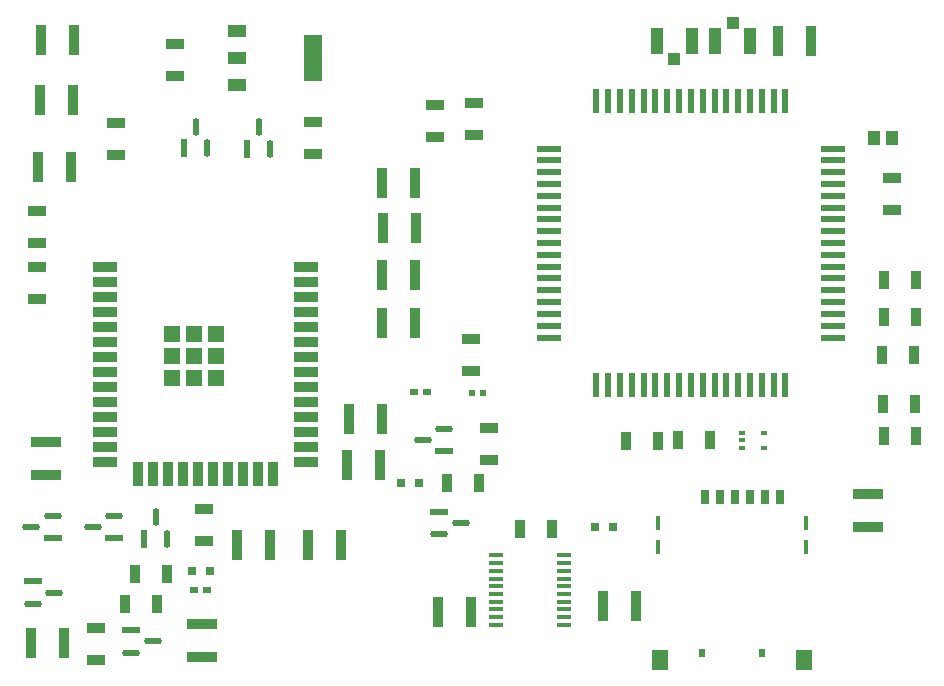
<source format=gtp>
G04*
G04 #@! TF.GenerationSoftware,Altium Limited,Altium Designer,22.5.1 (42)*
G04*
G04 Layer_Color=8421504*
%FSLAX44Y44*%
%MOMM*%
G71*
G04*
G04 #@! TF.SameCoordinates,196CC927-6612-49A9-9877-457204B07366*
G04*
G04*
G04 #@! TF.FilePolarity,Positive*
G04*
G01*
G75*
G04:AMPARAMS|DCode=16|XSize=1.5242mm|YSize=0.578mm|CornerRadius=0.289mm|HoleSize=0mm|Usage=FLASHONLY|Rotation=90.000|XOffset=0mm|YOffset=0mm|HoleType=Round|Shape=RoundedRectangle|*
%AMROUNDEDRECTD16*
21,1,1.5242,0.0000,0,0,90.0*
21,1,0.9463,0.5780,0,0,90.0*
1,1,0.5780,0.0000,0.4731*
1,1,0.5780,0.0000,-0.4731*
1,1,0.5780,0.0000,-0.4731*
1,1,0.5780,0.0000,0.4731*
%
%ADD16ROUNDEDRECTD16*%
%ADD17R,0.5780X1.5242*%
%ADD18R,2.0000X0.9000*%
%ADD19R,0.9000X2.0000*%
%ADD20R,1.3300X1.3300*%
G04:AMPARAMS|DCode=21|XSize=1.5242mm|YSize=0.578mm|CornerRadius=0.289mm|HoleSize=0mm|Usage=FLASHONLY|Rotation=180.000|XOffset=0mm|YOffset=0mm|HoleType=Round|Shape=RoundedRectangle|*
%AMROUNDEDRECTD21*
21,1,1.5242,0.0000,0,0,180.0*
21,1,0.9463,0.5780,0,0,180.0*
1,1,0.5780,-0.4731,0.0000*
1,1,0.5780,0.4731,0.0000*
1,1,0.5780,0.4731,0.0000*
1,1,0.5780,-0.4731,0.0000*
%
%ADD21ROUNDEDRECTD21*%
%ADD22R,1.5242X0.5780*%
%ADD23R,1.6000X0.9000*%
%ADD24R,0.9500X2.6000*%
%ADD25R,0.7000X0.5000*%
%ADD26R,0.9000X1.6000*%
%ADD27R,2.6000X0.9500*%
%ADD28R,0.5000X0.6000*%
%ADD29R,0.8000X0.8000*%
%ADD30R,1.0000X1.0500*%
%ADD31R,1.0500X2.2000*%
G04:AMPARAMS|DCode=32|XSize=0.4mm|YSize=1.2mm|CornerRadius=0.05mm|HoleSize=0mm|Usage=FLASHONLY|Rotation=270.000|XOffset=0mm|YOffset=0mm|HoleType=Round|Shape=RoundedRectangle|*
%AMROUNDEDRECTD32*
21,1,0.4000,1.1000,0,0,270.0*
21,1,0.3000,1.2000,0,0,270.0*
1,1,0.1000,-0.5500,-0.1500*
1,1,0.1000,-0.5500,0.1500*
1,1,0.1000,0.5500,0.1500*
1,1,0.1000,0.5500,-0.1500*
%
%ADD32ROUNDEDRECTD32*%
%ADD33R,0.5000X0.4000*%
%ADD34R,0.6500X1.1500*%
%ADD35R,0.4500X1.3000*%
%ADD36R,1.4000X1.7000*%
%ADD37R,0.5400X0.8000*%
%ADD38R,1.5000X4.0000*%
%ADD39R,1.5000X1.0000*%
%ADD40R,2.0000X0.5000*%
%ADD41R,0.5000X2.0000*%
%ADD42R,1.0061X1.3082*%
D16*
X-126565Y169463D02*
D03*
X-117065Y151259D02*
D03*
X-179831Y169987D02*
D03*
X-170331Y151783D02*
D03*
X-213647Y-160603D02*
D03*
X-204147Y-178807D02*
D03*
D17*
X-136065Y151259D02*
D03*
X-189331Y151783D02*
D03*
X-223147Y-178807D02*
D03*
D18*
X-256301Y50809D02*
D03*
Y38109D02*
D03*
Y25409D02*
D03*
Y12709D02*
D03*
Y9D02*
D03*
Y-12691D02*
D03*
Y-25391D02*
D03*
Y-38091D02*
D03*
Y-50791D02*
D03*
Y-63491D02*
D03*
Y-76191D02*
D03*
Y-88891D02*
D03*
Y-101591D02*
D03*
Y-114291D02*
D03*
X-86301D02*
D03*
Y-101591D02*
D03*
Y-88891D02*
D03*
Y-76191D02*
D03*
Y-63491D02*
D03*
Y-50791D02*
D03*
Y-38091D02*
D03*
Y-25391D02*
D03*
Y-12691D02*
D03*
Y9D02*
D03*
Y12709D02*
D03*
Y25409D02*
D03*
Y38109D02*
D03*
Y50809D02*
D03*
D19*
X-228451Y-124291D02*
D03*
X-215751D02*
D03*
X-203051D02*
D03*
X-190351D02*
D03*
X-177651D02*
D03*
X-164951D02*
D03*
X-152251D02*
D03*
X-139551D02*
D03*
X-126851D02*
D03*
X-114151D02*
D03*
D20*
X-199651Y-5841D02*
D03*
X-181301D02*
D03*
X-162951D02*
D03*
X-199651Y-24191D02*
D03*
X-181301D02*
D03*
X-162951D02*
D03*
X-199651Y-42541D02*
D03*
X-181301D02*
D03*
X-162951D02*
D03*
D21*
X-318831Y-168914D02*
D03*
X-300627Y-159414D02*
D03*
X-267014Y-169033D02*
D03*
X-248810Y-159533D02*
D03*
X12559Y-95260D02*
D03*
X30763Y-85760D02*
D03*
X44580Y-165646D02*
D03*
X26377Y-175146D02*
D03*
X-299389Y-224530D02*
D03*
X-317593Y-234030D02*
D03*
X-215975Y-265950D02*
D03*
X-234179Y-275450D02*
D03*
D22*
X-300627Y-178414D02*
D03*
X-248810Y-178533D02*
D03*
X30763Y-104760D02*
D03*
X26377Y-156146D02*
D03*
X-317593Y-215030D02*
D03*
X-234179Y-256450D02*
D03*
D23*
X-313826Y98449D02*
D03*
Y71449D02*
D03*
Y24024D02*
D03*
Y51024D02*
D03*
X22451Y161148D02*
D03*
Y188148D02*
D03*
X-247571Y146010D02*
D03*
Y173010D02*
D03*
X-80528Y173953D02*
D03*
Y146953D02*
D03*
X56161Y163013D02*
D03*
Y190013D02*
D03*
X52898Y-9843D02*
D03*
Y-36843D02*
D03*
X-173081Y-153696D02*
D03*
Y-180697D02*
D03*
X-197575Y239994D02*
D03*
Y212994D02*
D03*
X68305Y-85234D02*
D03*
Y-112234D02*
D03*
X409617Y126424D02*
D03*
Y99424D02*
D03*
X-263925Y-281868D02*
D03*
Y-254868D02*
D03*
D24*
X-318891Y-267698D02*
D03*
X-290891D02*
D03*
X-22076Y3284D02*
D03*
X5924D02*
D03*
X25291Y-241123D02*
D03*
X53291D02*
D03*
X-50134Y-78032D02*
D03*
X-22134D02*
D03*
X-51393Y-116402D02*
D03*
X-23393D02*
D03*
X-84945Y-184205D02*
D03*
X-56946D02*
D03*
X-144531Y-184685D02*
D03*
X-116531D02*
D03*
X-310526Y243318D02*
D03*
X-282526D02*
D03*
X-22037Y121910D02*
D03*
X5963D02*
D03*
X-21159Y83942D02*
D03*
X6841D02*
D03*
X-21717Y44064D02*
D03*
X6283D02*
D03*
X-313664Y135630D02*
D03*
X-285664D02*
D03*
X-311420Y192755D02*
D03*
X-283421D02*
D03*
X192659Y-235929D02*
D03*
X164659D02*
D03*
X313509Y242578D02*
D03*
X341509D02*
D03*
D25*
X-181008Y-222180D02*
D03*
X-170008D02*
D03*
X5449Y-54611D02*
D03*
X16449D02*
D03*
D26*
X-204137Y-208495D02*
D03*
X-231137D02*
D03*
X60099Y-131848D02*
D03*
X33099D02*
D03*
X429828Y39648D02*
D03*
X402828D02*
D03*
X403096Y8815D02*
D03*
X430096D02*
D03*
X255552Y-95648D02*
D03*
X228552D02*
D03*
X184412Y-96218D02*
D03*
X211412D02*
D03*
X-239931Y-234014D02*
D03*
X-212931D02*
D03*
X94760Y-170409D02*
D03*
X121760D02*
D03*
X429322Y-65111D02*
D03*
X402322D02*
D03*
X402992Y-92163D02*
D03*
X429992D02*
D03*
X428655Y-23116D02*
D03*
X401655D02*
D03*
D27*
X-306178Y-125291D02*
D03*
Y-97291D02*
D03*
X389021Y-169280D02*
D03*
Y-141280D02*
D03*
X-174835Y-250876D02*
D03*
Y-278876D02*
D03*
D28*
X54436Y-55453D02*
D03*
X63436D02*
D03*
D29*
X9316Y-132201D02*
D03*
X-5684D02*
D03*
X173661Y-168861D02*
D03*
X158661D02*
D03*
X-167907Y-206077D02*
D03*
X-182907D02*
D03*
D30*
X225282Y227514D02*
D03*
X274801Y257826D02*
D03*
D31*
X240033Y242764D02*
D03*
X210532D02*
D03*
X260051Y242576D02*
D03*
X289551D02*
D03*
D32*
X74852Y-193182D02*
D03*
Y-199682D02*
D03*
Y-206182D02*
D03*
Y-212682D02*
D03*
Y-219182D02*
D03*
Y-225682D02*
D03*
Y-232182D02*
D03*
Y-238682D02*
D03*
Y-245182D02*
D03*
Y-251682D02*
D03*
X131852Y-193182D02*
D03*
Y-199682D02*
D03*
Y-206182D02*
D03*
Y-212682D02*
D03*
Y-219182D02*
D03*
Y-225682D02*
D03*
Y-232182D02*
D03*
Y-238682D02*
D03*
Y-245182D02*
D03*
Y-251682D02*
D03*
D33*
X282456Y-89064D02*
D03*
Y-95564D02*
D03*
Y-102064D02*
D03*
X301456D02*
D03*
Y-89064D02*
D03*
D34*
X302128Y-144057D02*
D03*
X276728D02*
D03*
X251328D02*
D03*
X314828D02*
D03*
X289428D02*
D03*
X264028D02*
D03*
D35*
X337278Y-165757D02*
D03*
Y-185757D02*
D03*
X211878D02*
D03*
Y-165757D02*
D03*
D36*
X335628Y-281357D02*
D03*
X213528D02*
D03*
D37*
X249178Y-275557D02*
D03*
X299978D02*
D03*
D38*
X-80164Y228292D02*
D03*
D39*
X-145164Y205292D02*
D03*
Y228292D02*
D03*
Y251292D02*
D03*
D40*
X119462Y151369D02*
D03*
Y141369D02*
D03*
Y131369D02*
D03*
Y121369D02*
D03*
Y111369D02*
D03*
Y101369D02*
D03*
Y91369D02*
D03*
Y81369D02*
D03*
Y71369D02*
D03*
Y61369D02*
D03*
Y51369D02*
D03*
Y41369D02*
D03*
Y31369D02*
D03*
Y21369D02*
D03*
Y11369D02*
D03*
Y1369D02*
D03*
Y-8631D02*
D03*
X359462D02*
D03*
Y1369D02*
D03*
Y11369D02*
D03*
Y21369D02*
D03*
Y31369D02*
D03*
Y41369D02*
D03*
Y51369D02*
D03*
Y61369D02*
D03*
Y71369D02*
D03*
Y81369D02*
D03*
Y91369D02*
D03*
Y101369D02*
D03*
Y111369D02*
D03*
Y121369D02*
D03*
Y131369D02*
D03*
Y141369D02*
D03*
Y151369D02*
D03*
D41*
X159462Y-48631D02*
D03*
X169462D02*
D03*
X179462D02*
D03*
X189462D02*
D03*
X199462D02*
D03*
X209462D02*
D03*
X219462D02*
D03*
X229462D02*
D03*
X239462D02*
D03*
X249462D02*
D03*
X259462D02*
D03*
X269462D02*
D03*
X279462D02*
D03*
X289462D02*
D03*
X299462D02*
D03*
X309462D02*
D03*
X319462D02*
D03*
Y191369D02*
D03*
X309462D02*
D03*
X299462D02*
D03*
X289462D02*
D03*
X279462D02*
D03*
X269462D02*
D03*
X259462D02*
D03*
X249462D02*
D03*
X239462D02*
D03*
X229462D02*
D03*
X219462D02*
D03*
X209462D02*
D03*
X199462D02*
D03*
X189462D02*
D03*
X179462D02*
D03*
X169462D02*
D03*
X159462D02*
D03*
D42*
X409384Y160306D02*
D03*
X394863D02*
D03*
M02*

</source>
